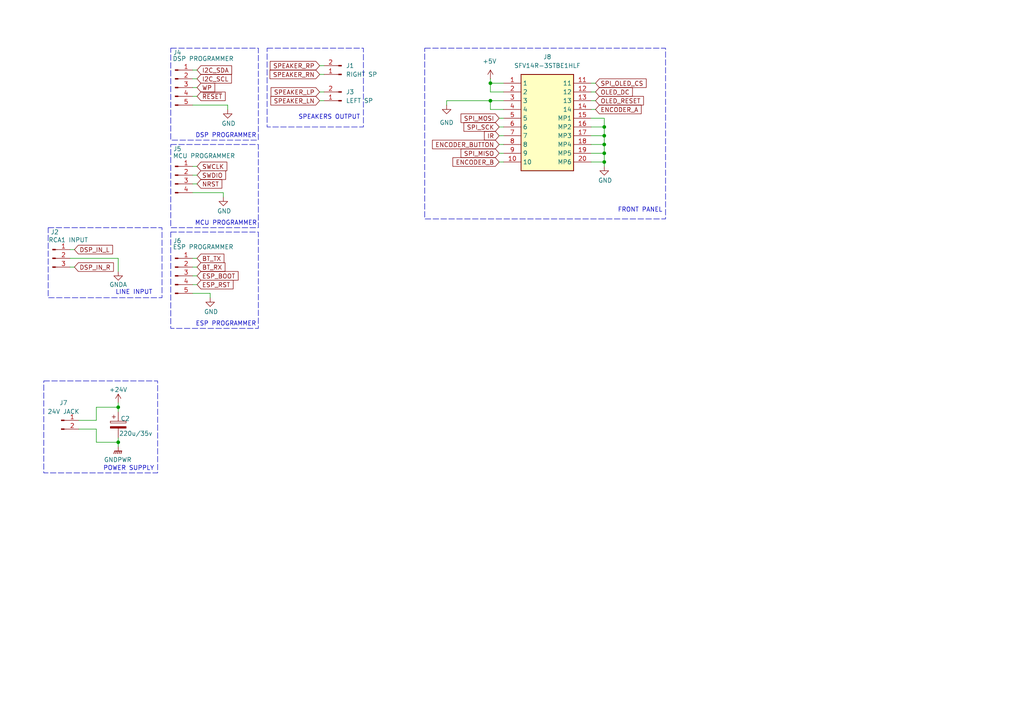
<source format=kicad_sch>
(kicad_sch (version 20231120) (generator "eeschema") (generator_version "8.0")
  (paper "A4")
  (lib_symbols
    (symbol "Connector:Conn_01x02_Pin" (pin_names (offset 1.016) hide)
      (property "Reference" "J" (at 0 2.54 0))
      (property "Value" "Conn_01x02_Pin" (at 0 -5.08 0))
      (symbol "Conn_01x02_Pin_1_1"
        (polyline (pts (xy 1.27 -2.54) (xy 0.8636 -2.54)) (stroke (width 0.1524)))
        (polyline (pts (xy 1.27 0) (xy 0.8636 0)) (stroke (width 0.1524)))
        (rectangle (start 0.8636 -2.413) (end 0 -2.667) (stroke (width 0.1524)) (fill (type outline)))
        (rectangle (start 0.8636 0.127) (end 0 -0.127) (stroke (width 0.1524)) (fill (type outline)))
        (pin passive line (at 5.08 0 180) (length 3.81) (name "Pin_1") (number "1"))
        (pin passive line (at 5.08 -2.54 180) (length 3.81) (name "Pin_2") (number "2"))
      )
    )
    (symbol "Connector:Conn_01x03_Pin" (pin_names (offset 1.016) hide)
      (property "Reference" "J" (at 0 5.08 0))
      (property "Value" "Conn_01x03_Pin" (at 0 -5.08 0))
      (symbol "Conn_01x03_Pin_1_1"
        (polyline (pts (xy 1.27 -2.54) (xy 0.8636 -2.54)) (stroke (width 0.1524)))
        (polyline (pts (xy 1.27 0) (xy 0.8636 0)) (stroke (width 0.1524)))
        (polyline (pts (xy 1.27 2.54) (xy 0.8636 2.54)) (stroke (width 0.1524)))
        (rectangle (start 0.8636 -2.413) (end 0 -2.667) (stroke (width 0.1524)) (fill (type outline)))
        (rectangle (start 0.8636 0.127) (end 0 -0.127) (stroke (width 0.1524)) (fill (type outline)))
        (rectangle (start 0.8636 2.667) (end 0 2.413) (stroke (width 0.1524)) (fill (type outline)))
        (pin passive line (at 5.08 2.54 180) (length 3.81) (name "Pin_1") (number "1"))
        (pin passive line (at 5.08 0 180) (length 3.81) (name "Pin_2") (number "2"))
        (pin passive line (at 5.08 -2.54 180) (length 3.81) (name "Pin_3") (number "3"))
      )
    )
    (symbol "Connector:Conn_01x04_Pin" (pin_names (offset 1.016) hide)
      (property "Reference" "J" (at 0 5.08 0))
      (property "Value" "Conn_01x04_Pin" (at 0 -7.62 0))
      (symbol "Conn_01x04_Pin_1_1"
        (polyline (pts (xy 1.27 -5.08) (xy 0.8636 -5.08)) (stroke (width 0.1524)))
        (polyline (pts (xy 1.27 -2.54) (xy 0.8636 -2.54)) (stroke (width 0.1524)))
        (polyline (pts (xy 1.27 0) (xy 0.8636 0)) (stroke (width 0.1524)))
        (polyline (pts (xy 1.27 2.54) (xy 0.8636 2.54)) (stroke (width 0.1524)))
        (rectangle (start 0.8636 -4.953) (end 0 -5.207) (stroke (width 0.1524)) (fill (type outline)))
        (rectangle (start 0.8636 -2.413) (end 0 -2.667) (stroke (width 0.1524)) (fill (type outline)))
        (rectangle (start 0.8636 0.127) (end 0 -0.127) (stroke (width 0.1524)) (fill (type outline)))
        (rectangle (start 0.8636 2.667) (end 0 2.413) (stroke (width 0.1524)) (fill (type outline)))
        (pin passive line (at 5.08 2.54 180) (length 3.81) (name "Pin_1") (number "1"))
        (pin passive line (at 5.08 0 180) (length 3.81) (name "Pin_2") (number "2"))
        (pin passive line (at 5.08 -2.54 180) (length 3.81) (name "Pin_3") (number "3"))
        (pin passive line (at 5.08 -5.08 180) (length 3.81) (name "Pin_4") (number "4"))
      )
    )
    (symbol "Connector:Conn_01x05_Pin" (pin_names (offset 1.016) hide)
      (property "Reference" "J" (at 0 7.62 0))
      (property "Value" "Conn_01x05_Pin" (at 0 -7.62 0))
      (symbol "Conn_01x05_Pin_1_1"
        (polyline (pts (xy 1.27 -5.08) (xy 0.8636 -5.08)) (stroke (width 0.1524)))
        (polyline (pts (xy 1.27 -2.54) (xy 0.8636 -2.54)) (stroke (width 0.1524)))
        (polyline (pts (xy 1.27 0) (xy 0.8636 0)) (stroke (width 0.1524)))
        (polyline (pts (xy 1.27 2.54) (xy 0.8636 2.54)) (stroke (width 0.1524)))
        (polyline (pts (xy 1.27 5.08) (xy 0.8636 5.08)) (stroke (width 0.1524)))
        (rectangle (start 0.8636 -4.953) (end 0 -5.207) (stroke (width 0.1524)) (fill (type outline)))
        (rectangle (start 0.8636 -2.413) (end 0 -2.667) (stroke (width 0.1524)) (fill (type outline)))
        (rectangle (start 0.8636 0.127) (end 0 -0.127) (stroke (width 0.1524)) (fill (type outline)))
        (rectangle (start 0.8636 2.667) (end 0 2.413) (stroke (width 0.1524)) (fill (type outline)))
        (rectangle (start 0.8636 5.207) (end 0 4.953) (stroke (width 0.1524)) (fill (type outline)))
        (pin passive line (at 5.08 5.08 180) (length 3.81) (name "Pin_1") (number "1"))
        (pin passive line (at 5.08 2.54 180) (length 3.81) (name "Pin_2") (number "2"))
        (pin passive line (at 5.08 0 180) (length 3.81) (name "Pin_3") (number "3"))
        (pin passive line (at 5.08 -2.54 180) (length 3.81) (name "Pin_4") (number "4"))
        (pin passive line (at 5.08 -5.08 180) (length 3.81) (name "Pin_5") (number "5"))
      )
    )
    (symbol "Device:C_Polarized" (pin_numbers hide) (pin_names (offset 0.254))
      (property "Reference" "C" (at 0.635 2.54 0))
      (property "Value" "C_Polarized" (at 0.635 -2.54 0))
      (symbol "C_Polarized_0_1"
        (rectangle (start -2.286 0.508) (end 2.286 1.016))
        (polyline (pts (xy -1.778 2.286) (xy -0.762 2.286)))
        (polyline (pts (xy -1.27 2.794) (xy -1.27 1.778)))
        (rectangle (start 2.286 -0.508) (end -2.286 -1.016) (fill (type outline)))
      )
      (symbol "C_Polarized_1_1"
        (pin passive line (at 0 3.81 270) (length 2.794) (name "~") (number "1"))
        (pin passive line (at 0 -3.81 90) (length 2.794) (name "~") (number "2"))
      )
    )
    (symbol "New_Library:SFV14R-3STBE1HLF"
      (property "Reference" "J" (at 21.59 7.62 0))
      (property "Value" "SFV14R-3STBE1HLF" (at 21.59 5.08 0))
      (symbol "SFV14R-3STBE1HLF_1_1"
        (rectangle (start 5.08 2.54) (end 20.32 -25.4) (stroke (width 0.254)) (fill (type background)))
        (pin passive line (at 0 0 0) (length 5.08) (name "1") (number "1"))
        (pin passive line (at 0 -22.86 0) (length 5.08) (name "10") (number "10"))
        (pin passive line (at 25.4 0 180) (length 5.08) (name "11") (number "11"))
        (pin passive line (at 25.4 -2.54 180) (length 5.08) (name "12") (number "12"))
        (pin passive line (at 25.4 -5.08 180) (length 5.08) (name "13") (number "13"))
        (pin passive line (at 25.4 -7.62 180) (length 5.08) (name "14") (number "14"))
        (pin passive line (at 25.4 -10.16 180) (length 5.08) (name "MP1") (number "15"))
        (pin passive line (at 25.4 -12.7 180) (length 5.08) (name "MP2") (number "16"))
        (pin passive line (at 25.4 -15.24 180) (length 5.08) (name "MP3") (number "17"))
        (pin passive line (at 25.4 -17.78 180) (length 5.08) (name "MP4") (number "18"))
        (pin passive line (at 25.4 -20.32 180) (length 5.08) (name "MP5") (number "19"))
        (pin passive line (at 0 -2.54 0) (length 5.08) (name "2") (number "2"))
        (pin passive line (at 25.4 -22.86 180) (length 5.08) (name "MP6") (number "20"))
        (pin passive line (at 0 -5.08 0) (length 5.08) (name "3") (number "3"))
        (pin passive line (at 0 -7.62 0) (length 5.08) (name "4") (number "4"))
        (pin passive line (at 0 -10.16 0) (length 5.08) (name "5") (number "5"))
        (pin passive line (at 0 -12.7 0) (length 5.08) (name "6") (number "6"))
        (pin passive line (at 0 -15.24 0) (length 5.08) (name "7") (number "7"))
        (pin passive line (at 0 -17.78 0) (length 5.08) (name "8") (number "8"))
        (pin passive line (at 0 -20.32 0) (length 5.08) (name "9") (number "9"))
      )
    )
    (symbol "power:+24V" (power) (pin_numbers hide) (pin_names (offset 0) hide)
      (property "Value" "+24V" (at 0 3.556 0))
      (symbol "+24V_0_1"
        (polyline (pts (xy -0.762 1.27) (xy 0 2.54)))
        (polyline (pts (xy 0 0) (xy 0 2.54)))
        (polyline (pts (xy 0 2.54) (xy 0.762 1.27)))
      )
      (symbol "+24V_1_1"
        (pin power_in line (at 0 0 90) (length 0) (name "~") (number "1"))
      )
    )
    (symbol "power:+5V" (power) (pin_numbers hide) (pin_names (offset 0) hide)
      (property "Value" "+5V" (at 0 3.556 0))
      (symbol "+5V_0_1"
        (polyline (pts (xy -0.762 1.27) (xy 0 2.54)))
        (polyline (pts (xy 0 0) (xy 0 2.54)))
        (polyline (pts (xy 0 2.54) (xy 0.762 1.27)))
      )
      (symbol "+5V_1_1"
        (pin power_in line (at 0 0 90) (length 0) (name "~") (number "1"))
      )
    )
    (symbol "power:GND" (power) (pin_numbers hide) (pin_names (offset 0) hide)
      (property "Value" "GND" (at 0 -3.81 0))
      (symbol "GND_0_1"
        (polyline (pts (xy 0 0) (xy 0 -1.27) (xy 1.27 -1.27) (xy 0 -2.54) (xy -1.27 -1.27) (xy 0 -1.27)))
      )
      (symbol "GND_1_1"
        (pin power_in line (at 0 0 270) (length 0) (name "~") (number "1"))
      )
    )
    (symbol "power:GNDA" (power) (pin_numbers hide) (pin_names (offset 0) hide)
      (property "Value" "GNDA" (at 0 -3.81 0))
      (symbol "GNDA_0_1"
        (polyline (pts (xy 0 0) (xy 0 -1.27) (xy 1.27 -1.27) (xy 0 -2.54) (xy -1.27 -1.27) (xy 0 -1.27)))
      )
      (symbol "GNDA_1_1"
        (pin power_in line (at 0 0 270) (length 0) (name "~") (number "1"))
      )
    )
    (symbol "power:GNDPWR" (power) (pin_numbers hide) (pin_names (offset 0) hide)
      (property "Value" "GNDPWR" (at 0 -3.302 0))
      (symbol "GNDPWR_0_1"
        (polyline (pts (xy 0 -1.27) (xy 0 0)))
        (polyline (pts (xy -1.016 -1.27) (xy -1.27 -2.032) (xy -1.27 -2.032)) (stroke (width 0.2032)))
        (polyline (pts (xy -0.508 -1.27) (xy -0.762 -2.032) (xy -0.762 -2.032)) (stroke (width 0.2032)))
        (polyline (pts (xy 0 -1.27) (xy -0.254 -2.032) (xy -0.254 -2.032)) (stroke (width 0.2032)))
        (polyline (pts (xy 0.508 -1.27) (xy 0.254 -2.032) (xy 0.254 -2.032)) (stroke (width 0.2032)))
        (polyline (pts (xy 1.016 -1.27) (xy -1.016 -1.27) (xy -1.016 -1.27)) (stroke (width 0.2032)))
        (polyline (pts (xy 1.016 -1.27) (xy 0.762 -2.032) (xy 0.762 -2.032) (xy 0.762 -2.032)) (stroke (width 0.2032)))
      )
      (symbol "GNDPWR_1_1"
        (pin power_in line (at 0 0 270) (length 0) (name "~") (number "1"))
      )
    )
  )
  (junction (at 34.29 118.11))
  (junction (at 34.29 128.27))
  (junction (at 142.24 24.13))
  (junction (at 175.26 39.37))
  (junction (at 175.26 46.99))
  (junction (at 175.26 36.83))
  (junction (at 175.26 41.91))
  (junction (at 175.26 44.45))
  (junction (at 142.24 29.21))
  (wire (pts (xy 172.72 24.13) (xy 171.45 24.13)))
  (wire (pts (xy 57.15 20.32) (xy 55.88 20.32)))
  (wire (pts (xy 55.88 53.34) (xy 57.15 53.34)))
  (wire (pts (xy 172.72 26.67) (xy 171.45 26.67)))
  (wire (pts (xy 171.45 44.45) (xy 175.26 44.45)))
  (wire (pts (xy 171.45 39.37) (xy 175.26 39.37)))
  (wire (pts (xy 34.29 78.74) (xy 34.29 74.93)))
  (wire (pts (xy 175.26 41.91) (xy 175.26 44.45)))
  (wire (pts (xy 27.94 121.92) (xy 27.94 118.11)))
  (wire (pts (xy 129.54 29.21) (xy 129.54 30.48)))
  (wire (pts (xy 27.94 124.46) (xy 27.94 128.27)))
  (wire (pts (xy 175.26 46.99) (xy 175.26 48.26)))
  (wire (pts (xy 92.71 29.21) (xy 93.98 29.21)))
  (wire (pts (xy 144.78 46.99) (xy 146.05 46.99)))
  (wire (pts (xy 171.45 46.99) (xy 175.26 46.99)))
  (wire (pts (xy 142.24 31.75) (xy 142.24 29.21)))
  (wire (pts (xy 57.15 77.47) (xy 55.88 77.47)))
  (wire (pts (xy 146.05 26.67) (xy 142.24 26.67)))
  (wire (pts (xy 172.72 31.75) (xy 171.45 31.75)))
  (wire (pts (xy 144.78 36.83) (xy 146.05 36.83)))
  (wire (pts (xy 175.26 44.45) (xy 175.26 46.99)))
  (wire (pts (xy 57.15 25.4) (xy 55.88 25.4)))
  (wire (pts (xy 142.24 24.13) (xy 146.05 24.13)))
  (wire (pts (xy 171.45 36.83) (xy 175.26 36.83)))
  (wire (pts (xy 34.29 128.27) (xy 34.29 129.54)))
  (wire (pts (xy 27.94 128.27) (xy 34.29 128.27)))
  (wire (pts (xy 34.29 127) (xy 34.29 128.27)))
  (wire (pts (xy 21.59 72.39) (xy 20.32 72.39)))
  (wire (pts (xy 144.78 34.29) (xy 146.05 34.29)))
  (wire (pts (xy 146.05 31.75) (xy 142.24 31.75)))
  (wire (pts (xy 66.04 30.48) (xy 55.88 30.48)))
  (wire (pts (xy 144.78 41.91) (xy 146.05 41.91)))
  (wire (pts (xy 144.78 39.37) (xy 146.05 39.37)))
  (wire (pts (xy 171.45 41.91) (xy 175.26 41.91)))
  (wire (pts (xy 142.24 29.21) (xy 146.05 29.21)))
  (wire (pts (xy 144.78 44.45) (xy 146.05 44.45)))
  (wire (pts (xy 57.15 22.86) (xy 55.88 22.86)))
  (wire (pts (xy 57.15 74.93) (xy 55.88 74.93)))
  (wire (pts (xy 142.24 26.67) (xy 142.24 24.13)))
  (wire (pts (xy 22.86 121.92) (xy 27.94 121.92)))
  (wire (pts (xy 57.15 27.94) (xy 55.88 27.94)))
  (wire (pts (xy 142.24 22.86) (xy 142.24 24.13)))
  (wire (pts (xy 175.26 36.83) (xy 175.26 39.37)))
  (wire (pts (xy 55.88 50.8) (xy 57.15 50.8)))
  (wire (pts (xy 22.86 124.46) (xy 27.94 124.46)))
  (wire (pts (xy 64.77 57.15) (xy 64.77 55.88)))
  (wire (pts (xy 92.71 19.05) (xy 93.98 19.05)))
  (wire (pts (xy 27.94 118.11) (xy 34.29 118.11)))
  (wire (pts (xy 175.26 39.37) (xy 175.26 41.91)))
  (wire (pts (xy 34.29 118.11) (xy 34.29 119.38)))
  (wire (pts (xy 57.15 80.01) (xy 55.88 80.01)))
  (wire (pts (xy 171.45 34.29) (xy 175.26 34.29)))
  (wire (pts (xy 34.29 116.84) (xy 34.29 118.11)))
  (wire (pts (xy 142.24 29.21) (xy 129.54 29.21)))
  (wire (pts (xy 92.71 26.67) (xy 93.98 26.67)))
  (wire (pts (xy 21.59 77.47) (xy 20.32 77.47)))
  (wire (pts (xy 55.88 55.88) (xy 64.77 55.88)))
  (wire (pts (xy 60.96 86.36) (xy 60.96 85.09)))
  (wire (pts (xy 92.71 21.59) (xy 93.98 21.59)))
  (wire (pts (xy 66.04 31.75) (xy 66.04 30.48)))
  (wire (pts (xy 57.15 82.55) (xy 55.88 82.55)))
  (wire (pts (xy 20.32 74.93) (xy 34.29 74.93)))
  (wire (pts (xy 55.88 48.26) (xy 57.15 48.26)))
  (wire (pts (xy 175.26 34.29) (xy 175.26 36.83)))
  (wire (pts (xy 172.72 29.21) (xy 171.45 29.21)))
  (wire (pts (xy 60.96 85.09) (xy 55.88 85.09)))
  (rectangle (start 49.53 13.97) (end 74.93 40.64) (stroke (width 0) (type dash)))
  (rectangle (start 123.19 13.97) (end 193.04 63.5) (stroke (width 0) (type dash)))
  (rectangle (start 77.47 13.97) (end 105.41 36.83) (stroke (width 0) (type dash)))
  (rectangle (start 12.7 110.49) (end 45.72 137.16) (stroke (width 0) (type dash)))
  (rectangle (start 49.53 41.91) (end 74.93 66.04) (stroke (width 0) (type dash)))
  (rectangle (start 13.97 66.04) (end 46.99 86.36) (stroke (width 0) (type dash)))
  (rectangle (start 49.53 67.31) (end 74.93 95.25) (stroke (width 0) (type dash)))
  (text "POWER SUPPLY\n" (at 37.338 135.89 0) (effects (font (size 1.27 1.27))))
  (text "MCU PROGRAMMER" (at 65.532 64.77 0) (effects (font (size 1.27 1.27))))
  (text "DSP PROGRAMMER" (at 65.532 39.37 0) (effects (font (size 1.27 1.27))))
  (text "FRONT PANEL" (at 185.674 60.96 0) (effects (font (size 1.27 1.27))))
  (text "SPEAKERS OUTPUT" (at 95.504 34.036 0) (effects (font (size 1.27 1.27))))
  (text "LINE INPUT" (at 38.862 84.836 0) (effects (font (size 1.27 1.27))))
  (text "ESP PROGRAMMER" (at 65.532 93.98 0) (effects (font (size 1.27 1.27))))
  (global_label "SPEAKER_LN" (shape input) (at 92.71 29.21 180) (property "Intersheetrefs" "${INTERSHEET_REFS}" (effects (hide yes))))
  (global_label "DSP_IN_R" (shape input) (at 21.59 77.47 0) (property "Intersheetrefs" "${INTERSHEET_REFS}" (effects (hide yes))))
  (global_label "SPI_OLED_CS" (shape input) (at 172.72 24.13 0) (property "Intersheetrefs" "${INTERSHEET_REFS}" (effects (hide yes))))
  (global_label "I2C_SCL" (shape input) (at 57.15 22.86 0) (property "Intersheetrefs" "${INTERSHEET_REFS}" (effects (hide yes))))
  (global_label "ESP_BOOT" (shape input) (at 57.15 80.01 0) (property "Intersheetrefs" "${INTERSHEET_REFS}" (effects (hide yes))))
  (global_label "SPEAKER_RP" (shape input) (at 92.71 19.05 180) (property "Intersheetrefs" "${INTERSHEET_REFS}" (effects (hide yes))))
  (global_label "BT_RX" (shape input) (at 57.15 77.47 0) (property "Intersheetrefs" "${INTERSHEET_REFS}" (effects (hide yes))))
  (global_label "ENCODER_B" (shape input) (at 144.78 46.99 180) (property "Intersheetrefs" "${INTERSHEET_REFS}" (effects (hide yes))))
  (global_label "SWDIO" (shape input) (at 57.15 50.8 0) (property "Intersheetrefs" "${INTERSHEET_REFS}" (effects (hide yes))))
  (global_label "WP" (shape input) (at 57.15 25.4 0) (property "Intersheetrefs" "${INTERSHEET_REFS}" (effects (hide yes))))
  (global_label "OLED_DC" (shape input) (at 172.72 26.67 0) (property "Intersheetrefs" "${INTERSHEET_REFS}" (effects (hide yes))))
  (global_label "DSP_IN_L" (shape input) (at 21.59 72.39 0) (property "Intersheetrefs" "${INTERSHEET_REFS}" (effects (hide yes))))
  (global_label "~{RESET}" (shape input) (at 57.15 27.94 0) (property "Intersheetrefs" "${INTERSHEET_REFS}" (effects (hide yes))))
  (global_label "ENCODER_BUTTON" (shape input) (at 144.78 41.91 180) (property "Intersheetrefs" "${INTERSHEET_REFS}" (effects (hide yes))))
  (global_label "SPEAKER_RN" (shape input) (at 92.71 21.59 180) (property "Intersheetrefs" "${INTERSHEET_REFS}" (effects (hide yes))))
  (global_label "I2C_SDA" (shape input) (at 57.15 20.32 0) (property "Intersheetrefs" "${INTERSHEET_REFS}" (effects (hide yes))))
  (global_label "SWCLK" (shape input) (at 57.15 48.26 0) (property "Intersheetrefs" "${INTERSHEET_REFS}" (effects (hide yes))))
  (global_label "SPI_SCK" (shape input) (at 144.78 36.83 180) (property "Intersheetrefs" "${INTERSHEET_REFS}" (effects (hide yes))))
  (global_label "NRST" (shape input) (at 57.15 53.34 0) (property "Intersheetrefs" "${INTERSHEET_REFS}" (effects (hide yes))))
  (global_label "IR" (shape input) (at 144.78 39.37 180) (property "Intersheetrefs" "${INTERSHEET_REFS}" (effects (hide yes))))
  (global_label "OLED_RESET" (shape input) (at 172.72 29.21 0) (property "Intersheetrefs" "${INTERSHEET_REFS}" (effects (hide yes))))
  (global_label "ENCODER_A" (shape input) (at 172.72 31.75 0) (property "Intersheetrefs" "${INTERSHEET_REFS}" (effects (hide yes))))
  (global_label "SPEAKER_LP" (shape input) (at 92.71 26.67 180) (property "Intersheetrefs" "${INTERSHEET_REFS}" (effects (hide yes))))
  (global_label "SPI_MOSI" (shape input) (at 144.78 34.29 180) (property "Intersheetrefs" "${INTERSHEET_REFS}" (effects (hide yes))))
  (global_label "BT_TX" (shape input) (at 57.15 74.93 0) (property "Intersheetrefs" "${INTERSHEET_REFS}" (effects (hide yes))))
  (global_label "ESP_RST" (shape input) (at 57.15 82.55 0) (property "Intersheetrefs" "${INTERSHEET_REFS}" (effects (hide yes))))
  (global_label "SPI_MISO" (shape input) (at 144.78 44.45 180) (property "Intersheetrefs" "${INTERSHEET_REFS}" (effects (hide yes))))
  (symbol (lib_id "New_Library:SFV14R-3STBE1HLF") (at 146.05 24.13 0) (unit 1)
    (property "Reference" "J8" (at 158.75 16.51 0))
    (property "Value" "SFV14R-3STBE1HLF" (at 158.75 19.05 0))
    (property "Footprint" "SkrzpkAmpLibs:SFV14R3STBE1HLF" (effects (hide yes)))
    (property "Datasheet" "https://cdn.amphenol-cs.com/media/wysiwyg/files/drawing/10171071.pdf" (effects (hide yes)))
    (property "Description" "0.50mm Flex Connector, SFV-R Series, 14 Position, Bottom Side Contact, Side Entry Surface Mount ZIF Connector, Halogen Free, Lead Free with Cable-Lock, Gold Flash" (effects (hide yes)))
    (property "Height" "2" (effects (hide yes)))
    (property "Manufacturer_Name" "Amphenol Communications Solutions" (effects (hide yes)))
    (property "Manufacturer_Part_Number" "SFV14R-3STBE1HLF" (effects (hide yes)))
  )
  (symbol (lib_id "Connector:Conn_01x05_Pin") (at 50.8 25.4 0) (unit 1)
    (property "Reference" "J4" (at 51.435 15.24 0))
    (property "Value" "DSP PROGRAMMER" (at 58.928 17.018 0))
    (property "Footprint" "Connector_PinHeader_2.54mm:PinHeader_1x05_P2.54mm_Vertical" (effects (hide yes)))
    (property "Description" "Generic connector, single row, 01x05, script generated" (effects (hide yes)))
  )
  (symbol (lib_id "power:+5V") (at 142.24 22.86 0) (unit 1)
    (property "Reference" "#PWR021" (effects (hide yes)))
    (property "Value" "+5V" (at 141.986 17.78 0))
    (property "Description" "Power symbol creates a global label with name \"+5V\"" (effects (hide yes)))
  )
  (symbol (lib_id "Connector:Conn_01x02_Pin") (at 99.06 21.59 180) (unit 1)
    (property "Reference" "J1" (at 100.33 19.0499 0) (effects (justify right)))
    (property "Value" "RIGHT SP" (at 100.33 21.5899 0) (effects (justify right)))
    (property "Footprint" "SkrzpkAmpLibs:2828362" (effects (hide yes)))
    (property "Description" "Generic connector, single row, 01x02, script generated" (effects (hide yes)))
  )
  (symbol (lib_id "power:GNDA") (at 34.29 78.74 0) (unit 1)
    (property "Reference" "#PWR03" (effects (hide yes)))
    (property "Value" "GNDA" (at 34.29 82.55 0))
    (property "Description" "Power symbol creates a global label with name \"GNDA\" , analog ground" (effects (hide yes)))
  )
  (symbol (lib_id "power:GND") (at 66.04 31.75 0) (unit 1)
    (property "Reference" "#PWR07" (effects (hide yes)))
    (property "Value" "GND" (at 66.294 35.814 0))
    (property "Description" "Power symbol creates a global label with name \"GND\" , ground" (effects (hide yes)))
  )
  (symbol (lib_id "Connector:Conn_01x05_Pin") (at 50.8 80.01 0) (unit 1)
    (property "Reference" "J6" (at 51.435 69.85 0))
    (property "Value" "ESP PROGRAMMER" (at 58.928 71.628 0))
    (property "Footprint" "Connector_PinHeader_2.54mm:PinHeader_1x05_P2.54mm_Vertical" (effects (hide yes)))
    (property "Description" "Generic connector, single row, 01x05, script generated" (effects (hide yes)))
  )
  (symbol (lib_id "power:GND") (at 64.77 57.15 0) (unit 1)
    (property "Reference" "#PWR06" (effects (hide yes)))
    (property "Value" "GND" (at 65.024 61.214 0))
    (property "Description" "Power symbol creates a global label with name \"GND\" , ground" (effects (hide yes)))
  )
  (symbol (lib_id "power:GND") (at 129.54 30.48 0) (unit 1)
    (property "Reference" "#PWR022" (effects (hide yes)))
    (property "Value" "GND" (at 129.54 35.56 0))
    (property "Description" "Power symbol creates a global label with name \"GND\" , ground" (effects (hide yes)))
  )
  (symbol (lib_id "power:GND") (at 60.96 86.36 0) (unit 1)
    (property "Reference" "#PWR05" (effects (hide yes)))
    (property "Value" "GND" (at 61.214 90.424 0))
    (property "Description" "Power symbol creates a global label with name \"GND\" , ground" (effects (hide yes)))
  )
  (symbol (lib_id "power:GND") (at 175.26 48.26 0) (unit 1)
    (property "Reference" "#PWR075" (effects (hide yes)))
    (property "Value" "GND" (at 175.514 52.324 0))
    (property "Description" "Power symbol creates a global label with name \"GND\" , ground" (effects (hide yes)))
  )
  (symbol (lib_id "Connector:Conn_01x02_Pin") (at 17.78 121.92 0) (unit 1)
    (property "Reference" "J7" (at 18.415 116.84 0))
    (property "Value" "24V JACK" (at 18.415 119.38 0))
    (property "Footprint" "SkrzpkAmpLibs:2828362" (effects (hide yes)))
    (property "Description" "Generic connector, single row, 01x02, script generated" (effects (hide yes)))
  )
  (symbol (lib_id "Device:C_Polarized") (at 34.29 123.19 0) (unit 1)
    (property "Reference" "C2" (at 36.322 121.412 0))
    (property "Value" "220u/35v" (at 39.37 125.73 0))
    (property "Footprint" "Capacitor_SMD:CP_Elec_10x10" (effects (hide yes)))
    (property "Description" "Polarized capacitor" (effects (hide yes)))
  )
  (symbol (lib_id "Connector:Conn_01x04_Pin") (at 50.8 50.8 0) (unit 1)
    (property "Reference" "J5" (at 51.435 43.18 0))
    (property "Value" "MCU PROGRAMMER" (at 59.182 45.212 0))
    (property "Footprint" "Connector_PinHeader_2.54mm:PinHeader_1x04_P2.54mm_Vertical" (effects (hide yes)))
    (property "Description" "Generic connector, single row, 01x04, script generated" (effects (hide yes)))
  )
  (symbol (lib_id "Connector:Conn_01x02_Pin") (at 99.06 29.21 180) (unit 1)
    (property "Reference" "J3" (at 100.33 26.6699 0) (effects (justify right)))
    (property "Value" "LEFT SP" (at 100.33 29.2099 0) (effects (justify right)))
    (property "Footprint" "SkrzpkAmpLibs:2828362" (effects (hide yes)))
    (property "Description" "Generic connector, single row, 01x02, script generated" (effects (hide yes)))
  )
  (symbol (lib_id "power:+24V") (at 34.29 116.84 0) (unit 1)
    (property "Reference" "#PWR08" (effects (hide yes)))
    (property "Value" "+24V" (at 34.29 113.03 0))
    (property "Description" "Power symbol creates a global label with name \"+24V\"" (effects (hide yes)))
  )
  (symbol (lib_id "Connector:Conn_01x03_Pin") (at 15.24 74.93 0) (unit 1)
    (property "Reference" "J2" (at 15.875 67.31 0))
    (property "Value" "RCA1 INPUT" (at 19.812 69.596 0))
    (property "Footprint" "Connector_JST:JST_PH_B3B-PH-K_1x03_P2.00mm_Vertical" (effects (hide yes)))
    (property "Description" "Generic connector, single row, 01x03, script generated" (effects (hide yes)))
  )
  (symbol (lib_id "power:GNDPWR") (at 34.29 129.54 0) (unit 1)
    (property "Reference" "#PWR09" (effects (hide yes)))
    (property "Value" "GNDPWR" (at 34.163 133.35 0))
    (property "Description" "Power symbol creates a global label with name \"GNDPWR\" , global ground" (effects (hide yes)))
  )
)
</source>
